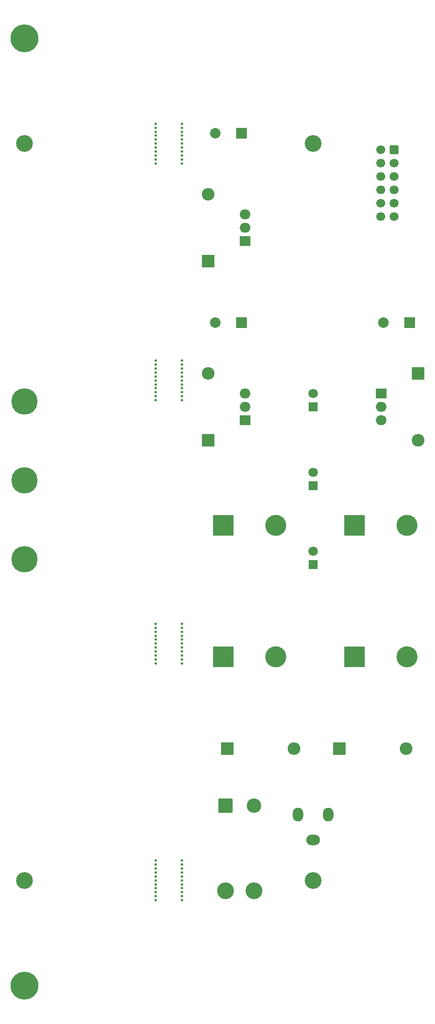
<source format=gbs>
G04 #@! TF.GenerationSoftware,KiCad,Pcbnew,(6.0.0)*
G04 #@! TF.CreationDate,2022-01-28T17:41:21+10:00*
G04 #@! TF.ProjectId,PowerSupply,506f7765-7253-4757-9070-6c792e6b6963,rev?*
G04 #@! TF.SameCoordinates,Original*
G04 #@! TF.FileFunction,Soldermask,Bot*
G04 #@! TF.FilePolarity,Negative*
%FSLAX46Y46*%
G04 Gerber Fmt 4.6, Leading zero omitted, Abs format (unit mm)*
G04 Created by KiCad (PCBNEW (6.0.0)) date 2022-01-28 17:41:21*
%MOMM*%
%LPD*%
G01*
G04 APERTURE LIST*
G04 Aperture macros list*
%AMRoundRect*
0 Rectangle with rounded corners*
0 $1 Rounding radius*
0 $2 $3 $4 $5 $6 $7 $8 $9 X,Y pos of 4 corners*
0 Add a 4 corners polygon primitive as box body*
4,1,4,$2,$3,$4,$5,$6,$7,$8,$9,$2,$3,0*
0 Add four circle primitives for the rounded corners*
1,1,$1+$1,$2,$3*
1,1,$1+$1,$4,$5*
1,1,$1+$1,$6,$7*
1,1,$1+$1,$8,$9*
0 Add four rect primitives between the rounded corners*
20,1,$1+$1,$2,$3,$4,$5,0*
20,1,$1+$1,$4,$5,$6,$7,0*
20,1,$1+$1,$6,$7,$8,$9,0*
20,1,$1+$1,$8,$9,$2,$3,0*%
G04 Aperture macros list end*
%ADD10C,5.300000*%
%ADD11R,1.800000X1.800000*%
%ADD12C,1.800000*%
%ADD13C,3.200000*%
%ADD14C,0.500000*%
%ADD15C,5.000000*%
%ADD16RoundRect,0.250000X-1.125000X-1.125000X1.125000X-1.125000X1.125000X1.125000X-1.125000X1.125000X0*%
%ADD17C,2.750000*%
%ADD18R,2.400000X2.400000*%
%ADD19O,2.400000X2.400000*%
%ADD20R,2.000000X1.905000*%
%ADD21O,2.000000X1.905000*%
%ADD22RoundRect,0.250000X0.600000X0.600000X-0.600000X0.600000X-0.600000X-0.600000X0.600000X-0.600000X0*%
%ADD23C,1.700000*%
%ADD24R,4.000000X4.000000*%
%ADD25C,4.000000*%
%ADD26R,2.000000X2.000000*%
%ADD27C,2.000000*%
%ADD28O,2.000000X2.600000*%
%ADD29O,2.600000X2.000000*%
G04 APERTURE END LIST*
D10*
X110000000Y-50000000D03*
X110000000Y-230000000D03*
D11*
X165000000Y-135000000D03*
D12*
X165000000Y-132460000D03*
D13*
X165000000Y-70000000D03*
D14*
X140000000Y-72250000D03*
X135000000Y-66250000D03*
X140000000Y-70750000D03*
X135000000Y-68500000D03*
X140000000Y-69250000D03*
X140000000Y-73750000D03*
X140000000Y-71500000D03*
X135000000Y-70750000D03*
X140000000Y-67000000D03*
X135000000Y-72250000D03*
X135000000Y-73000000D03*
X135000000Y-70000000D03*
X135000000Y-73000000D03*
X140000000Y-73000000D03*
X135000000Y-67750000D03*
X140000000Y-67750000D03*
X135000000Y-69250000D03*
X140000000Y-66250000D03*
X140000000Y-73000000D03*
X135000000Y-71500000D03*
X135000000Y-73750000D03*
X140000000Y-70000000D03*
X135000000Y-67000000D03*
X140000000Y-68500000D03*
D13*
X165000000Y-210000000D03*
D15*
X110000000Y-134000000D03*
D14*
X140000000Y-165750000D03*
X135000000Y-168750000D03*
X140000000Y-165000000D03*
X140000000Y-161250000D03*
X140000000Y-168750000D03*
X140000000Y-168000000D03*
X140000000Y-167250000D03*
X135000000Y-163500000D03*
X135000000Y-161250000D03*
X135000000Y-165000000D03*
X135000000Y-168000000D03*
X135000000Y-166500000D03*
X135000000Y-168000000D03*
X135000000Y-167250000D03*
X140000000Y-164250000D03*
X140000000Y-163500000D03*
X135000000Y-164250000D03*
X135000000Y-162000000D03*
X135000000Y-162750000D03*
X140000000Y-162000000D03*
X140000000Y-168000000D03*
X135000000Y-165750000D03*
X140000000Y-166500000D03*
X140000000Y-162750000D03*
X140000000Y-208500000D03*
X135000000Y-213000000D03*
X140000000Y-210000000D03*
X140000000Y-213000000D03*
X140000000Y-213000000D03*
X135000000Y-206250000D03*
X140000000Y-206250000D03*
X140000000Y-207000000D03*
X140000000Y-211500000D03*
X135000000Y-209250000D03*
X135000000Y-213000000D03*
X140000000Y-207750000D03*
X140000000Y-212250000D03*
X140000000Y-213750000D03*
X135000000Y-213750000D03*
X135000000Y-212250000D03*
X140000000Y-209250000D03*
X135000000Y-208500000D03*
X135000000Y-210750000D03*
X135000000Y-210000000D03*
X140000000Y-210750000D03*
X135000000Y-211500000D03*
X135000000Y-207750000D03*
X135000000Y-207000000D03*
D11*
X165000000Y-120000000D03*
D12*
X165000000Y-117460000D03*
D15*
X110000000Y-149000000D03*
D13*
X110000000Y-70000000D03*
D15*
X110000000Y-119000000D03*
D11*
X165000000Y-150000000D03*
D12*
X165000000Y-147460000D03*
D14*
X135000000Y-117250000D03*
X135000000Y-118750000D03*
X135000000Y-113500000D03*
X140000000Y-115000000D03*
X140000000Y-113500000D03*
X135000000Y-115000000D03*
X135000000Y-118000000D03*
X135000000Y-111250000D03*
X135000000Y-118000000D03*
X135000000Y-116500000D03*
X135000000Y-112750000D03*
X140000000Y-117250000D03*
X135000000Y-112000000D03*
X140000000Y-118000000D03*
X140000000Y-112750000D03*
X140000000Y-112000000D03*
X140000000Y-114250000D03*
X140000000Y-116500000D03*
X140000000Y-111250000D03*
X140000000Y-115750000D03*
X135000000Y-115750000D03*
X140000000Y-118750000D03*
X140000000Y-118000000D03*
X135000000Y-114250000D03*
D13*
X110000000Y-210000000D03*
X153700000Y-211990000D03*
X148300000Y-211990000D03*
D16*
X148300000Y-195790000D03*
D17*
X153700000Y-195790000D03*
D18*
X145000000Y-92350000D03*
D19*
X145000000Y-79650000D03*
D20*
X177945000Y-117460000D03*
D21*
X177945000Y-120000000D03*
X177945000Y-122540000D03*
D22*
X180400000Y-71150000D03*
D23*
X177860000Y-71150000D03*
X180400000Y-73690000D03*
X177860000Y-73690000D03*
X180400000Y-76230000D03*
X177860000Y-76230000D03*
X180400000Y-78770000D03*
X177860000Y-78770000D03*
X180400000Y-81310000D03*
X177860000Y-81310000D03*
X180400000Y-83850000D03*
X177860000Y-83850000D03*
D24*
X172842168Y-167500000D03*
D25*
X182842168Y-167500000D03*
D18*
X145000000Y-126350000D03*
D19*
X145000000Y-113650000D03*
D18*
X148650000Y-185000000D03*
D19*
X161350000Y-185000000D03*
D24*
X147842169Y-167500000D03*
D25*
X157842169Y-167500000D03*
D26*
X183367677Y-104000000D03*
D27*
X178367677Y-104000000D03*
D18*
X170000000Y-185000000D03*
D19*
X182700000Y-185000000D03*
D24*
X147842168Y-142500000D03*
D25*
X157842168Y-142500000D03*
D18*
X185000000Y-113650000D03*
D19*
X185000000Y-126350000D03*
D26*
X151367677Y-104000000D03*
D27*
X146367677Y-104000000D03*
D28*
X162100000Y-197500000D03*
D29*
X165000000Y-202300000D03*
D28*
X167900000Y-197500000D03*
D20*
X152055000Y-122540000D03*
D21*
X152055000Y-120000000D03*
X152055000Y-117460000D03*
D24*
X172842168Y-142500000D03*
D25*
X182842168Y-142500000D03*
D26*
X151367677Y-68000000D03*
D27*
X146367677Y-68000000D03*
D20*
X152055000Y-88540000D03*
D21*
X152055000Y-86000000D03*
X152055000Y-83460000D03*
M02*

</source>
